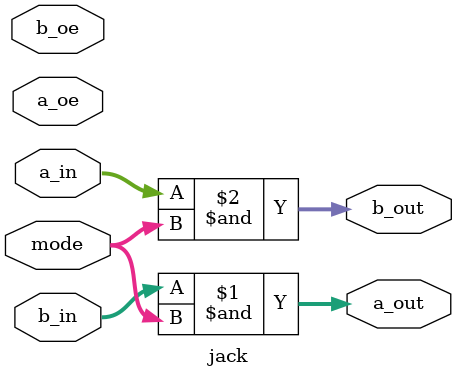
<source format=v>
module  jack
(
input   wire [25:0] a_in,
input   wire        a_oe,
input   wire [25:0] b_in,
input   wire        b_oe,
output  wire [25: 0]a_out,
output  wire [25: 0]b_out,
input   wire [25: 0]mode
);

assign a_out = b_in & mode;
assign b_out = a_in & mode;
   
endmodule
</source>
